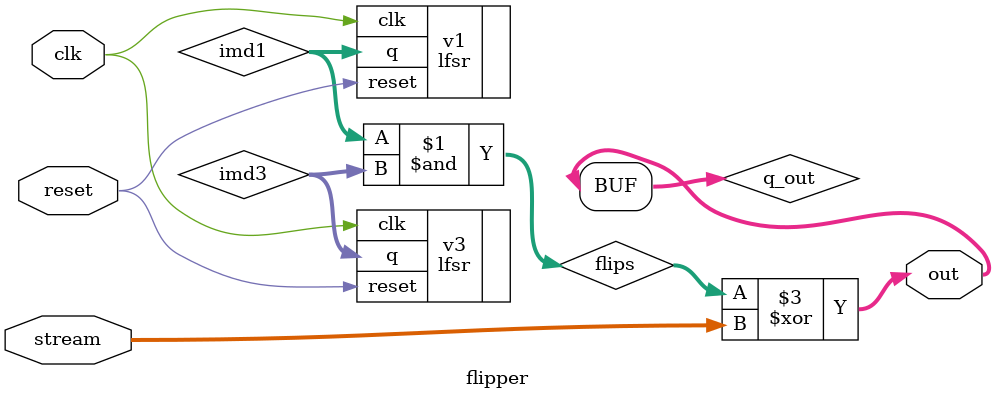
<source format=v>
`timescale 1ns / 1ps
module flipper #(parameter N = 3)(
    input clk,
    input reset,
    input [1:N] stream,
    output [1:N] out
);

/* Module Goal:
    Take in a stream of data in N bit sized chunks
    Output the stream after flipping some number of bits in random places

    Determine how many bits to flip:
        Should be between 0 to 33% of the data chunk
        Randomly decided based on an lfsr

    Determine which bits to flip:
        Should be determined by a separate lfsr, with range size of N

    How to flip the bits:
        XOR the determined bits with 1 to flip them

    Possibly could xor two numbers together to reduce number of 1s, Could and them together
    
*/

reg [1:N] q_out;
wire [1:N] flips;
wire [1:N] imd1, imd2, imd3;

// LFSR to generate random numbers
lfsr #(.N(N), .TAPS('d7), .I('d3)) v1 (.clk(clk), .reset(reset), .q(imd1));
//lfsr #(.N(N), .TAPS('d5), .I('d1)) v2 (.clk(clk), .reset(reset), .q(imd2));
lfsr #(.N(N), .TAPS('d3), .I('d7)) v3 (.clk(clk), .reset(reset), .q(imd3));

// AND the numbers together to reduce the number of ones in flip vector
assign flips = imd1 & imd3;

// XOR the flip vector with the data stream
always @(*)
    q_out = flips ^ stream;

// Assign the out vector to output
assign out = q_out;


endmodule

</source>
